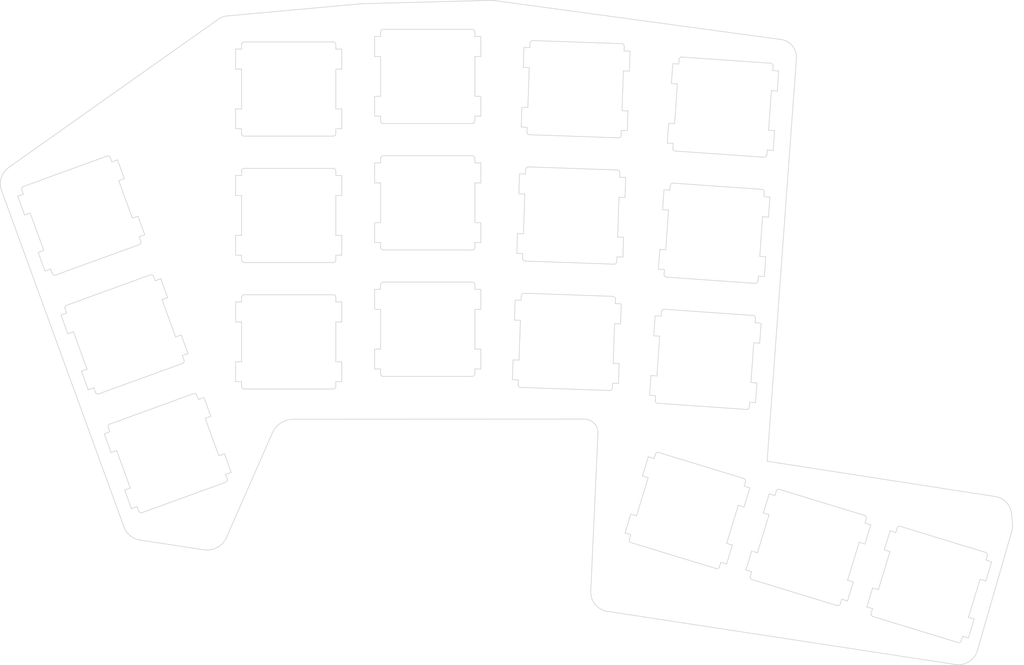
<source format=kicad_pcb>
(kicad_pcb (version 20221018) (generator pcbnew)
  (title_block (title "SEPOR-LEFT") (rev "v1.0.0") (company "Unknown"))
  (layers (0 "F.Cu" signal) (31 "B.Cu" signal) (34 "B.Paste" user) (35 "F.Paste" user) (36 "B.SilkS" user "B.Silkscreen") (37 "F.SilkS" user "F.Silkscreen") (38 "B.Mask" user) (39 "F.Mask" user) (44 "Edge.Cuts" user))
  (net 0 "")
  (footprint "MountingHole:MountingHole_2.2mm_M2" (layer "F.Cu") (at 307.599979 181.743447)
    (fp_text reference "H6" hide)
    (fp_text value "MountingHole")
    (pad "" np_thru_hole circle locked (at 0 0) (size 2.2 2.2) (drill 2.2) (layers "*.Cu" "*.Mask"))
  )
  (footprint "MountingHole:MountingHole_2.2mm_M2" (layer "F.Cu") (at 195.93 167.94)
    (fp_text reference "H9" hide)
    (fp_text value "MountingHole")
    (pad "" np_thru_hole circle locked (at 0 0) (size 2.2 2.2) (drill 2.2) (layers "*.Cu" "*.Mask"))
  )
  (footprint "SEPOR-footprints:SEPOR-CUTOUT-MX-FOR-TOP-PLATE" (layer "F.Cu") (at 222.885 114.935)
    (fp_text reference "S3" hide)
    (fp_text value "SWITCH" hide)
    (fp_line (start -8 -6.017157) (end -7.1 -6.017157) (stroke (width 0.1)) (layer "Edge.Cuts"))
    (fp_line (start -8 -3) (end -8 -6.017157) (stroke (width 0.1)) (layer "Edge.Cuts"))
    (fp_line (start -8 3) (end -7.1 3) (stroke (width 0.1)) (layer "Edge.Cuts"))
    (fp_line (start -8 5.982843) (end -8 3) (stroke (width 0.1)) (layer "Edge.Cuts"))
    (fp_line (start -7.1 -6.017157) (end -7.1 -6.7) (stroke (width 0.1)) (layer "Edge.Cuts"))
    (fp_line (start -7.1 -3) (end -8 -3) (stroke (width 0.1)) (layer "Edge.Cuts"))
    (fp_line (start -7.1 -3) (end -7.1 3) (stroke (width 0.1)) (layer "Edge.Cuts"))
    (fp_line (start -7.1 5.982843) (end -8 5.982843) (stroke (width 0.1)) (layer "Edge.Cuts"))
    (fp_line (start -7.1 5.982843) (end -7.1 6.7) (stroke (width 0.1)) (layer "Edge.Cuts"))
    (fp_line (start -6.7 -7.1) (end 6.7 -7.1) (stroke (width 0.1)) (layer "Edge.Cuts"))
    (fp_line (start -6.7 7.1) (end 6.7 7.1) (stroke (width 0.1)) (layer "Edge.Cuts"))
    (fp_line (start 7.1 -6.7) (end 7.1 -6.017157) (stroke (width 0.1)) (layer "Edge.Cuts"))
    (fp_line (start 7.1 -6.017157) (end 8 -6.017157) (stroke (width 0.1)) (layer "Edge.Cuts"))
    (fp_line (start 7.1 -3) (end 7.1 3) (stroke (width 0.1)) (layer "Edge.Cuts"))
    (fp_line (start 7.1 3) (end 8 3) (stroke (width 0.1)) (layer "Edge.Cuts"))
    (fp_line (start 7.1 6.7) (end 7.1 5.982843) (stroke (width 0.1)) (layer "Edge.Cuts"))
    (fp_line (start 8 -6.017157) (end 8 -3) (stroke (width 0.1)) (layer "Edge.Cuts"))
    (fp_line (start 8 -3) (end 7.1 -3) (stroke (width 0.1)) (layer "Edge.Cuts"))
    (fp_line (start 8 3) (end 8 5.982843) (stroke (width 0.1)) (layer "Edge.Cuts"))
    (fp_line (start 8 5.982843) (end 7.1 5.982843) (stroke (width 0.1)) (layer "Edge.Cuts"))
    (fp_arc (start -7.1 -6.7) (mid -6.982843 -6.982843) (end -6.7 -7.1) (stroke (width 0.1)) (layer "Edge.Cuts"))
    (fp_arc (start -6.7 7.1) (mid -6.982843 6.982843) (end -7.1 6.7) (stroke (width 0.1)) (layer "Edge.Cuts"))
    (fp_arc (start 6.7 -7.1) (mid 6.982843 -6.982843) (end 7.1 -6.7) (stroke (width 0.1)) (layer "Edge.Cuts"))
    (fp_arc (start 7.1 6.7) (mid 6.982843 6.982843) (end 6.7 7.1) (stroke (width 0.1)) (layer "Edge.Cuts"))
  )
  (footprint "SEPOR-footprints:SEPOR-CUTOUT-MX-FOR-TOP-PLATE" (layer "F.Cu") (at 177.190885 153.808009 20)
    (fp_text reference "S6" hide)
    (fp_text value "SWITCH" hide)
    (fp_line (start -8 -6.017157) (end -7.1 -6.017157) (stroke (width 0.1)) (layer "Edge.Cuts"))
    (fp_line (start -8 -3) (end -8 -6.017157) (stroke (width 0.1)) (layer "Edge.Cuts"))
    (fp_line (start -8 3) (end -7.1 3) (stroke (width 0.1)) (layer "Edge.Cuts"))
    (fp_line (start -8 5.982843) (end -8 3) (stroke (width 0.1)) (layer "Edge.Cuts"))
    (fp_line (start -7.1 -6.017157) (end -7.1 -6.7) (stroke (width 0.1)) (layer "Edge.Cuts"))
    (fp_line (start -7.1 -3) (end -8 -3) (stroke (width 0.1)) (layer "Edge.Cuts"))
    (fp_line (start -7.1 -3) (end -7.1 3) (stroke (width 0.1)) (layer "Edge.Cuts"))
    (fp_line (start -7.1 5.982843) (end -8 5.982843) (stroke (width 0.1)) (layer "Edge.Cuts"))
    (fp_line (start -7.1 5.982843) (end -7.1 6.7) (stroke (width 0.1)) (layer "Edge.Cuts"))
    (fp_line (start -6.7 -7.1) (end 6.7 -7.1) (stroke (width 0.1)) (layer "Edge.Cuts"))
    (fp_line (start -6.7 7.1) (end 6.7 7.1) (stroke (width 0.1)) (layer "Edge.Cuts"))
    (fp_line (start 7.1 -6.7) (end 7.1 -6.017157) (stroke (width 0.1)) (layer "Edge.Cuts"))
    (fp_line (start 7.1 -6.017157) (end 8 -6.017157) (stroke (width 0.1)) (layer "Edge.Cuts"))
    (fp_line (start 7.1 -3) (end 7.1 3) (stroke (width 0.1)) (layer "Edge.Cuts"))
    (fp_line (start 7.1 3) (end 8 3) (stroke (width 0.1)) (layer "Edge.Cuts"))
    (fp_line (start 7.1 6.7) (end 7.1 5.982843) (stroke (width 0.1)) (layer "Edge.Cuts"))
    (fp_line (start 8 -6.017157) (end 8 -3) (stroke (width 0.1)) (layer "Edge.Cuts"))
    (fp_line (start 8 -3) (end 7.1 -3) (stroke (width 0.1)) (layer "Edge.Cuts"))
    (fp_line (start 8 3) (end 8 5.982843) (stroke (width 0.1)) (layer "Edge.Cuts"))
    (fp_line (start 8 5.982843) (end 7.1 5.982843) (stroke (width 0.1)) (layer "Edge.Cuts"))
    (fp_arc (start -7.1 -6.7) (mid -6.982843 -6.982843) (end -6.7 -7.1) (stroke (width 0.1)) (layer "Edge.Cuts"))
    (fp_arc (start -6.7 7.1) (mid -6.982843 6.982843) (end -7.1 6.7) (stroke (width 0.1)) (layer "Edge.Cuts"))
    (fp_arc (start 6.7 -7.1) (mid 6.982843 -6.982843) (end 7.1 -6.7) (stroke (width 0.1)) (layer "Edge.Cuts"))
    (fp_arc (start 7.1 6.7) (mid 6.982843 6.982843) (end 6.7 7.1) (stroke (width 0.1)) (layer "Edge.Cuts"))
  )
  (footprint "SEPOR-footprints:SEPOR-CUTOUT-MX-FOR-TOP-PLATE" (layer "F.Cu") (at 222.885 133.985)
    (fp_text reference "S8" hide)
    (fp_text value "SWITCH" hide)
    (fp_line (start -8 -6.017157) (end -7.1 -6.017157) (stroke (width 0.1)) (layer "Edge.Cuts"))
    (fp_line (start -8 -3) (end -8 -6.017157) (stroke (width 0.1)) (layer "Edge.Cuts"))
    (fp_line (start -8 3) (end -7.1 3) (stroke (width 0.1)) (layer "Edge.Cuts"))
    (fp_line (start -8 5.982843) (end -8 3) (stroke (width 0.1)) (layer "Edge.Cuts"))
    (fp_line (start -7.1 -6.017157) (end -7.1 -6.7) (stroke (width 0.1)) (layer "Edge.Cuts"))
    (fp_line (start -7.1 -3) (end -8 -3) (stroke (width 0.1)) (layer "Edge.Cuts"))
    (fp_line (start -7.1 -3) (end -7.1 3) (stroke (width 0.1)) (layer "Edge.Cuts"))
    (fp_line (start -7.1 5.982843) (end -8 5.982843) (stroke (width 0.1)) (layer "Edge.Cuts"))
    (fp_line (start -7.1 5.982843) (end -7.1 6.7) (stroke (width 0.1)) (layer "Edge.Cuts"))
    (fp_line (start -6.7 -7.1) (end 6.7 -7.1) (stroke (width 0.1)) (layer "Edge.Cuts"))
    (fp_line (start -6.7 7.1) (end 6.7 7.1) (stroke (width 0.1)) (layer "Edge.Cuts"))
    (fp_line (start 7.1 -6.7) (end 7.1 -6.017157) (stroke (width 0.1)) (layer "Edge.Cuts"))
    (fp_line (start 7.1 -6.017157) (end 8 -6.017157) (stroke (width 0.1)) (layer "Edge.Cuts"))
    (fp_line (start 7.1 -3) (end 7.1 3) (stroke (width 0.1)) (layer "Edge.Cuts"))
    (fp_line (start 7.1 3) (end 8 3) (stroke (width 0.1)) (layer "Edge.Cuts"))
    (fp_line (start 7.1 6.7) (end 7.1 5.982843) (stroke (width 0.1)) (layer "Edge.Cuts"))
    (fp_line (start 8 -6.017157) (end 8 -3) (stroke (width 0.1)) (layer "Edge.Cuts"))
    (fp_line (start 8 -3) (end 7.1 -3) (stroke (width 0.1)) (layer "Edge.Cuts"))
    (fp_line (start 8 3) (end 8 5.982843) (stroke (width 0.1)) (layer "Edge.Cuts"))
    (fp_line (start 8 5.982843) (end 7.1 5.982843) (stroke (width 0.1)) (layer "Edge.Cuts"))
    (fp_arc (start -7.1 -6.7) (mid -6.982843 -6.982843) (end -6.7 -7.1) (stroke (width 0.1)) (layer "Edge.Cuts"))
    (fp_arc (start -6.7 7.1) (mid -6.982843 6.982843) (end -7.1 6.7) (stroke (width 0.1)) (layer "Edge.Cuts"))
    (fp_arc (start 6.7 -7.1) (mid 6.982843 -6.982843) (end 7.1 -6.7) (stroke (width 0.1)) (layer "Edge.Cuts"))
    (fp_arc (start 7.1 6.7) (mid 6.982843 6.982843) (end 6.7 7.1) (stroke (width 0.1)) (layer "Edge.Cuts"))
  )
  (footprint "MountingHole:MountingHole_2.2mm_M2" (layer "F.Cu") (at 234.523622 106.535377)
    (fp_text reference "H2" hide)
    (fp_text value "MountingHole")
    (pad "" np_thru_hole circle locked (at 0 0) (size 2.2 2.2) (drill 2.2) (layers "*.Cu" "*.Mask"))
  )
  (footprint "MountingHole:MountingHole_2.2mm_M2" (layer "F.Cu") (at 189.092324 183.583137)
    (fp_text reference "H10" hide)
    (fp_text value "MountingHole")
    (pad "" np_thru_hole circle locked (at 0 0) (size 2.2 2.2) (drill 2.2) (layers "*.Cu" "*.Mask"))
  )
  (footprint "SEPOR-footprints:SEPOR-CUTOUT-MX-FOR-TOP-PLATE" (layer "F.Cu") (at 201.93 154.94)
    (fp_text reference "S12" hide)
    (fp_text value "SWITCH" hide)
    (fp_line (start -8 -6.017157) (end -7.1 -6.017157) (stroke (width 0.1)) (layer "Edge.Cuts"))
    (fp_line (start -8 -3) (end -8 -6.017157) (stroke (width 0.1)) (layer "Edge.Cuts"))
    (fp_line (start -8 3) (end -7.1 3) (stroke (width 0.1)) (layer "Edge.Cuts"))
    (fp_line (start -8 5.982843) (end -8 3) (stroke (width 0.1)) (layer "Edge.Cuts"))
    (fp_line (start -7.1 -6.017157) (end -7.1 -6.7) (stroke (width 0.1)) (layer "Edge.Cuts"))
    (fp_line (start -7.1 -3) (end -8 -3) (stroke (width 0.1)) (layer "Edge.Cuts"))
    (fp_line (start -7.1 -3) (end -7.1 3) (stroke (width 0.1)) (layer "Edge.Cuts"))
    (fp_line (start -7.1 5.982843) (end -8 5.982843) (stroke (width 0.1)) (layer "Edge.Cuts"))
    (fp_line (start -7.1 5.982843) (end -7.1 6.7) (stroke (width 0.1)) (layer "Edge.Cuts"))
    (fp_line (start -6.7 -7.1) (end 6.7 -7.1) (stroke (width 0.1)) (layer "Edge.Cuts"))
    (fp_line (start -6.7 7.1) (end 6.7 7.1) (stroke (width 0.1)) (layer "Edge.Cuts"))
    (fp_line (start 7.1 -6.7) (end 7.1 -6.017157) (stroke (width 0.1)) (layer "Edge.Cuts"))
    (fp_line (start 7.1 -6.017157) (end 8 -6.017157) (stroke (width 0.1)) (layer "Edge.Cuts"))
    (fp_line (start 7.1 -3) (end 7.1 3) (stroke (width 0.1)) (layer "Edge.Cuts"))
    (fp_line (start 7.1 3) (end 8 3) (stroke (width 0.1)) (layer "Edge.Cuts"))
    (fp_line (start 7.1 6.7) (end 7.1 5.982843) (stroke (width 0.1)) (layer "Edge.Cuts"))
    (fp_line (start 8 -6.017157) (end 8 -3) (stroke (width 0.1)) (layer "Edge.Cuts"))
    (fp_line (start 8 -3) (end 7.1 -3) (stroke (width 0.1)) (layer "Edge.Cuts"))
    (fp_line (start 8 3) (end 8 5.982843) (stroke (width 0.1)) (layer "Edge.Cuts"))
    (fp_line (start 8 5.982843) (end 7.1 5.982843) (stroke (width 0.1)) (layer "Edge.Cuts"))
    (fp_arc (start -7.1 -6.7) (mid -6.982843 -6.982843) (end -6.7 -7.1) (stroke (width 0.1)) (layer "Edge.Cuts"))
    (fp_arc (start -6.7 7.1) (mid -6.982843 6.982843) (end -7.1 6.7) (stroke (width 0.1)) (layer "Edge.Cuts"))
    (fp_arc (start 6.7 -7.1) (mid 6.982843 -6.982843) (end 7.1 -6.7) (stroke (width 0.1)) (layer "Edge.Cuts"))
    (fp_arc (start 7.1 6.7) (mid 6.982843 6.982843) (end 6.7 7.1) (stroke (width 0.1)) (layer "Edge.Cuts"))
  )
  (footprint "SEPOR-footprints:SEPOR-CUTOUT-MX-FOR-TOP-PLATE" (layer "F.Cu") (at 266.044613 138.571564 -4)
    (fp_text reference "S10" hide)
    (fp_text value "SWITCH" hide)
    (fp_line (start -8 -6.017157) (end -7.1 -6.017157) (stroke (width 0.1)) (layer "Edge.Cuts"))
    (fp_line (start -8 -3) (end -8 -6.017157) (stroke (width 0.1)) (layer "Edge.Cuts"))
    (fp_line (start -8 3) (end -7.1 3) (stroke (width 0.1)) (layer "Edge.Cuts"))
    (fp_line (start -8 5.982843) (end -8 3) (stroke (width 0.1)) (layer "Edge.Cuts"))
    (fp_line (start -7.1 -6.017157) (end -7.1 -6.7) (stroke (width 0.1)) (layer "Edge.Cuts"))
    (fp_line (start -7.1 -3) (end -8 -3) (stroke (width 0.1)) (layer "Edge.Cuts"))
    (fp_line (start -7.1 -3) (end -7.1 3) (stroke (width 0.1)) (layer "Edge.Cuts"))
    (fp_line (start -7.1 5.982843) (end -8 5.982843) (stroke (width 0.1)) (layer "Edge.Cuts"))
    (fp_line (start -7.1 5.982843) (end -7.1 6.7) (stroke (width 0.1)) (layer "Edge.Cuts"))
    (fp_line (start -6.7 -7.1) (end 6.7 -7.1) (stroke (width 0.1)) (layer "Edge.Cuts"))
    (fp_line (start -6.7 7.1) (end 6.7 7.1) (stroke (width 0.1)) (layer "Edge.Cuts"))
    (fp_line (start 7.1 -6.7) (end 7.1 -6.017157) (stroke (width 0.1)) (layer "Edge.Cuts"))
    (fp_line (start 7.1 -6.017157) (end 8 -6.017157) (stroke (width 0.1)) (layer "Edge.Cuts"))
    (fp_line (start 7.1 -3) (end 7.1 3) (stroke (width 0.1)) (layer "Edge.Cuts"))
    (fp_line (start 7.1 3) (end 8 3) (stroke (width 0.1)) (layer "Edge.Cuts"))
    (fp_line (start 7.1 6.7) (end 7.1 5.982843) (stroke (width 0.1)) (layer "Edge.Cuts"))
    (fp_line (start 8 -6.017157) (end 8 -3) (stroke (width 0.1)) (layer "Edge.Cuts"))
    (fp_line (start 8 -3) (end 7.1 -3) (stroke (width 0.1)) (layer "Edge.Cuts"))
    (fp_line (start 8 3) (end 8 5.982843) (stroke (width 0.1)) (layer "Edge.Cuts"))
    (fp_line (start 8 5.982843) (end 7.1 5.982843) (stroke (width 0.1)) (layer "Edge.Cuts"))
    (fp_arc (start -7.1 -6.7) (mid -6.982843 -6.982843) (end -6.7 -7.1) (stroke (width 0.1)) (layer "Edge.Cuts"))
    (fp_arc (start -6.7 7.1) (mid -6.982843 6.982843) (end -7.1 6.7) (stroke (width 0.1)) (layer "Edge.Cuts"))
    (fp_arc (start 6.7 -7.1) (mid 6.982843 -6.982842) (end 7.1 -6.7) (stroke (width 0.1)) (layer "Edge.Cuts"))
    (fp_arc (start 7.1 6.7) (mid 6.982842 6.982843) (end 6.7 7.1) (stroke (width 0.1)) (layer "Edge.Cuts"))
  )
  (footprint "SEPOR-footprints:SEPOR-CUTOUT-MX-FOR-TOP-PLATE" (layer "F.Cu") (at 201.93 135.89)
    (fp_text reference "S7" hide)
    (fp_text value "SWITCH" hide)
    (fp_line (start -8 -6.017157) (end -7.1 -6.017157) (stroke (width 0.1)) (layer "Edge.Cuts"))
    (fp_line (start -8 -3) (end -8 -6.017157) (stroke (width 0.1)) (layer "Edge.Cuts"))
    (fp_line (start -8 3) (end -7.1 3) (stroke (width 0.1)) (layer "Edge.Cuts"))
    (fp_line (start -8 5.982843) (end -8 3) (stroke (width 0.1)) (layer "Edge.Cuts"))
    (fp_line (start -7.1 -6.017157) (end -7.1 -6.7) (stroke (width 0.1)) (layer "Edge.Cuts"))
    (fp_line (start -7.1 -3) (end -8 -3) (stroke (width 0.1)) (layer "Edge.Cuts"))
    (fp_line (start -7.1 -3) (end -7.1 3) (stroke (width 0.1)) (layer "Edge.Cuts"))
    (fp_line (start -7.1 5.982843) (end -8 5.982843) (stroke (width 0.1)) (layer "Edge.Cuts"))
    (fp_line (start -7.1 5.982843) (end -7.1 6.7) (stroke (width 0.1)) (layer "Edge.Cuts"))
    (fp_line (start -6.7 -7.1) (end 6.7 -7.1) (stroke (width 0.1)) (layer "Edge.Cuts"))
    (fp_line (start -6.7 7.1) (end 6.7 7.1) (stroke (width 0.1)) (layer "Edge.Cuts"))
    (fp_line (start 7.1 -6.7) (end 7.1 -6.017157) (stroke (width 0.1)) (layer "Edge.Cuts"))
    (fp_line (start 7.1 -6.017157) (end 8 -6.017157) (stroke (width 0.1)) (layer "Edge.Cuts"))
    (fp_line (start 7.1 -3) (end 7.1 3) (stroke (width 0.1)) (layer "Edge.Cuts"))
    (fp_line (start 7.1 3) (end 8 3) (stroke (width 0.1)) (layer "Edge.Cuts"))
    (fp_line (start 7.1 6.7) (end 7.1 5.982843) (stroke (width 0.1)) (layer "Edge.Cuts"))
    (fp_line (start 8 -6.017157) (end 8 -3) (stroke (width 0.1)) (layer "Edge.Cuts"))
    (fp_line (start 8 -3) (end 7.1 -3) (stroke (width 0.1)) (layer "Edge.Cuts"))
    (fp_line (start 8 3) (end 8 5.982843) (stroke (width 0.1)) (layer "Edge.Cuts"))
    (fp_line (start 8 5.982843) (end 7.1 5.982843) (stroke (width 0.1)) (layer "Edge.Cuts"))
    (fp_arc (start -7.1 -6.7) (mid -6.982843 -6.982843) (end -6.7 -7.1) (stroke (width 0.1)) (layer "Edge.Cuts"))
    (fp_arc (start -6.7 7.1) (mid -6.982843 6.982843) (end -7.1 6.7) (stroke (width 0.1)) (layer "Edge.Cuts"))
    (fp_arc (start 6.7 -7.1) (mid 6.982843 -6.982843) (end 7.1 -6.7) (stroke (width 0.1)) (layer "Edge.Cuts"))
    (fp_arc (start 7.1 6.7) (mid 6.982843 6.982843) (end 6.7 7.1) (stroke (width 0.1)) (layer "Edge.Cuts"))
  )
  (footprint "MountingHole:MountingHole_2.2mm_M2" (layer "F.Cu") (at 252.382569 168.196207)
    (fp_text reference "H8" hide)
    (fp_text value "MountingHole")
    (pad "" np_thru_hole circle locked (at 0 0) (size 2.2 2.2) (drill 2.2) (layers "*.Cu" "*.Mask"))
  )
  (footprint "SEPOR-footprints:SEPOR-CUTOUT-MX-FOR-TOP-PLATE" (layer "F.Cu") (at 280.231715 185.924431 -17)
    (fp_text reference "S17" hide)
    (fp_text value "SWITCH" hide)
    (fp_line (start -8 -6.017157) (end -7.1 -6.017157) (stroke (width 0.1)) (layer "Edge.Cuts"))
    (fp_line (start -8 -3) (end -8 -6.017157) (stroke (width 0.1)) (layer "Edge.Cuts"))
    (fp_line (start -8 3) (end -7.1 3) (stroke (width 0.1)) (layer "Edge.Cuts"))
    (fp_line (start -8 5.982843) (end -8 3) (stroke (width 0.1)) (layer "Edge.Cuts"))
    (fp_line (start -7.1 -6.017157) (end -7.1 -6.7) (stroke (width 0.1)) (layer "Edge.Cuts"))
    (fp_line (start -7.1 -3) (end -8 -3) (stroke (width 0.1)) (layer "Edge.Cuts"))
    (fp_line (start -7.1 -3) (end -7.1 3) (stroke (width 0.1)) (layer "Edge.Cuts"))
    (fp_line (start -7.1 5.982843) (end -8 5.982843) (stroke (width 0.1)) (layer "Edge.Cuts"))
    (fp_line (start -7.1 5.982843) (end -7.1 6.7) (stroke (width 0.1)) (layer "Edge.Cuts"))
    (fp_line (start -6.7 -7.1) (end 6.7 -7.1) (stroke (width 0.1)) (layer "Edge.Cuts"))
    (fp_line (start -6.7 7.1) (end 6.7 7.1) (stroke (width 0.1)) (layer "Edge.Cuts"))
    (fp_line (start 7.1 -6.7) (end 7.1 -6.017157) (stroke (width 0.1)) (layer "Edge.Cuts"))
    (fp_line (start 7.1 -6.017157) (end 8 -6.017157) (stroke (width 0.1)) (layer "Edge.Cuts"))
    (fp_line (start 7.1 -3) (end 7.1 3) (stroke (width 0.1)) (layer "Edge.Cuts"))
    (fp_line (start 7.1 3) (end 8 3) (stroke (width 0.1)) (layer "Edge.Cuts"))
    (fp_line (start 7.1 6.7) (end 7.1 5.982843) (stroke (width 0.1)) (layer "Edge.Cuts"))
    (fp_line (start 8 -6.017157) (end 8 -3) (stroke (width 0.1)) (layer "Edge.Cuts"))
    (fp_line (start 8 -3) (end 7.1 -3) (stroke (width 0.1)) (layer "Edge.Cuts"))
    (fp_line (start 8 3) (end 8 5.982843) (stroke (width 0.1)) (layer "Edge.Cuts"))
    (fp_line (start 8 5.982843) (end 7.1 5.982843) (stroke (width 0.1)) (layer "Edge.Cuts"))
    (fp_arc (start -7.1 -6.7) (mid -6.982843 -6.982843) (end -6.7 -7.1) (stroke (width 0.1)) (layer "Edge.Cuts"))
    (fp_arc (start -6.7 7.1) (mid -6.982843 6.982843) (end -7.1 6.7) (stroke (width 0.1)) (layer "Edge.Cuts"))
    (fp_arc (start 6.7 -7.1) (mid 6.982842 -6.982843) (end 7.1 -6.7) (stroke (width 0.1)) (layer "Edge.Cuts"))
    (fp_arc (start 7.1 6.7) (mid 6.982843 6.982842) (end 6.7 7.1) (stroke (width 0.1)) (layer "Edge.Cuts"))
  )
  (footprint "SEPOR-footprints:SEPOR-CUTOUT-MX-FOR-TOP-PLATE" (layer "F.Cu") (at 262.01411 180.35475 -17)
    (fp_text reference "S16" hide)
    (fp_text value "SWITCH" hide)
    (fp_line (start -8 -6.017157) (end -7.1 -6.017157) (stroke (width 0.1)) (layer "Edge.Cuts"))
    (fp_line (start -8 -3) (end -8 -6.017157) (stroke (width 0.1)) (layer "Edge.Cuts"))
    (fp_line (start -8 3) (end -7.1 3) (stroke (width 0.1)) (layer "Edge.Cuts"))
    (fp_line (start -8 5.982843) (end -8 3) (stroke (width 0.1)) (layer "Edge.Cuts"))
    (fp_line (start -7.1 -6.017157) (end -7.1 -6.7) (stroke (width 0.1)) (layer "Edge.Cuts"))
    (fp_line (start -7.1 -3) (end -8 -3) (stroke (width 0.1)) (layer "Edge.Cuts"))
    (fp_line (start -7.1 -3) (end -7.1 3) (stroke (width 0.1)) (layer "Edge.Cuts"))
    (fp_line (start -7.1 5.982843) (end -8 5.982843) (stroke (width 0.1)) (layer "Edge.Cuts"))
    (fp_line (start -7.1 5.982843) (end -7.1 6.7) (stroke (width 0.1)) (layer "Edge.Cuts"))
    (fp_line (start -6.7 -7.1) (end 6.7 -7.1) (stroke (width 0.1)) (layer "Edge.Cuts"))
    (fp_line (start -6.7 7.1) (end 6.7 7.1) (stroke (width 0.1)) (layer "Edge.Cuts"))
    (fp_line (start 7.1 -6.7) (end 7.1 -6.017157) (stroke (width 0.1)) (layer "Edge.Cuts"))
    (fp_line (start 7.1 -6.017157) (end 8 -6.017157) (stroke (width 0.1)) (layer "Edge.Cuts"))
    (fp_line (start 7.1 -3) (end 7.1 3) (stroke (width 0.1)) (layer "Edge.Cuts"))
    (fp_line (start 7.1 3) (end 8 3) (stroke (width 0.1)) (layer "Edge.Cuts"))
    (fp_line (start 7.1 6.7) (end 7.1 5.982843) (stroke (width 0.1)) (layer "Edge.Cuts"))
    (fp_line (start 8 -6.017157) (end 8 -3) (stroke (width 0.1)) (layer "Edge.Cuts"))
    (fp_line (start 8 -3) (end 7.1 -3) (stroke (width 0.1)) (layer "Edge.Cuts"))
    (fp_line (start 8 3) (end 8 5.982843) (stroke (width 0.1)) (layer "Edge.Cuts"))
    (fp_line (start 8 5.982843) (end 7.1 5.982843) (stroke (width 0.1)) (layer "Edge.Cuts"))
    (fp_arc (start -7.1 -6.7) (mid -6.982843 -6.982843) (end -6.7 -7.1) (stroke (width 0.1)) (layer "Edge.Cuts"))
    (fp_arc (start -6.7 7.1) (mid -6.982843 6.982843) (end -7.1 6.7) (stroke (width 0.1)) (layer "Edge.Cuts"))
    (fp_arc (start 6.7 -7.1) (mid 6.982842 -6.982843) (end 7.1 -6.7) (stroke (width 0.1)) (layer "Edge.Cuts"))
    (fp_arc (start 7.1 6.7) (mid 6.982843 6.982842) (end 6.7 7.1) (stroke (width 0.1)) (layer "Edge.Cuts"))
  )
  (footprint "SEPOR-footprints:SEPOR-CUTOUT-MX-FOR-TOP-PLATE" (layer "F.Cu") (at 244.504836 135.901605 -2)
    (fp_text reference "S9" hide)
    (fp_text value "SWITCH" hide)
    (fp_line (start -8 -6.017157) (end -7.1 -6.017157) (stroke (width 0.1)) (layer "Edge.Cuts"))
    (fp_line (start -8 -3) (end -8 -6.017157) (stroke (width 0.1)) (layer "Edge.Cuts"))
    (fp_line (start -8 3) (end -7.1 3) (stroke (width 0.1)) (layer "Edge.Cuts"))
    (fp_line (start -8 5.982843) (end -8 3) (stroke (width 0.1)) (layer "Edge.Cuts"))
    (fp_line (start -7.1 -6.017157) (end -7.1 -6.7) (stroke (width 0.1)) (layer "Edge.Cuts"))
    (fp_line (start -7.1 -3) (end -8 -3) (stroke (width 0.1)) (layer "Edge.Cuts"))
    (fp_line (start -7.1 -3) (end -7.1 3) (stroke (width 0.1)) (layer "Edge.Cuts"))
    (fp_line (start -7.1 5.982843) (end -8 5.982843) (stroke (width 0.1)) (layer "Edge.Cuts"))
    (fp_line (start -7.1 5.982843) (end -7.1 6.7) (stroke (width 0.1)) (layer "Edge.Cuts"))
    (fp_line (start -6.7 -7.1) (end 6.7 -7.1) (stroke (width 0.1)) (layer "Edge.Cuts"))
    (fp_line (start -6.7 7.1) (end 6.7 7.1) (stroke (width 0.1)) (layer "Edge.Cuts"))
    (fp_line (start 7.1 -6.7) (end 7.1 -6.017157) (stroke (width 0.1)) (layer "Edge.Cuts"))
    (fp_line (start 7.1 -6.017157) (end 8 -6.017157) (stroke (width 0.1)) (layer "Edge.Cuts"))
    (fp_line (start 7.1 -3) (end 7.1 3) (stroke (width 0.1)) (layer "Edge.Cuts"))
    (fp_line (start 7.1 3) (end 8 3) (stroke (width 0.1)) (layer "Edge.Cuts"))
    (fp_line (start 7.1 6.7) (end 7.1 5.982843) (stroke (width 0.1)) (layer "Edge.Cuts"))
    (fp_line (start 8 -6.017157) (end 8 -3) (stroke (width 0.1)) (layer "Edge.Cuts"))
    (fp_line (start 8 -3) (end 7.1 -3) (stroke (width 0.1)) (layer "Edge.Cuts"))
    (fp_line (start 8 3) (end 8 5.982843) (stroke (width 0.1)) (layer "Edge.Cuts"))
    (fp_line (start 8 5.982843) (end 7.1 5.982843) (stroke (width 0.1)) (layer "Edge.Cuts"))
    (fp_arc (start -7.1 -6.7) (mid -6.982843 -6.982843) (end -6.7 -7.1) (stroke (width 0.1)) (layer "Edge.Cuts"))
    (fp_arc (start -6.7 7.1) (mid -6.982843 6.982843) (end -7.1 6.7) (stroke (width 0.1)) (layer "Edge.Cuts"))
    (fp_arc (start 6.7 -7.1) (mid 6.982843 -6.982843) (end 7.1 -6.7) (stroke (width 0.1)) (layer "Edge.Cuts"))
    (fp_arc (start 7.1 6.7) (mid 6.982843 6.982843) (end 6.7 7.1) (stroke (width 0.1)) (layer "Edge.Cuts"))
  )
  (footprint "SEPOR-footprints:SEPOR-CUTOUT-MX-FOR-TOP-PLATE" (layer "F.Cu") (at 183.706369 171.709153 20)
    (fp_text reference "S11" hide)
    (fp_text value "SWITCH" hide)
    (fp_line (start -8 -6.017157) (end -7.1 -6.017157) (stroke (width 0.1)) (layer "Edge.Cuts"))
    (fp_line (start -8 -3) (end -8 -6.017157) (stroke (width 0.1)) (layer "Edge.Cuts"))
    (fp_line (start -8 3) (end -7.1 3) (stroke (width 0.1)) (layer "Edge.Cuts"))
    (fp_line (start -8 5.982843) (end -8 3) (stroke (width 0.1)) (layer "Edge.Cuts"))
    (fp_line (start -7.1 -6.017157) (end -7.1 -6.7) (stroke (width 0.1)) (layer "Edge.Cuts"))
    (fp_line (start -7.1 -3) (end -8 -3) (stroke (width 0.1)) (layer "Edge.Cuts"))
    (fp_line (start -7.1 -3) (end -7.1 3) (stroke (width 0.1)) (layer "Edge.Cuts"))
    (fp_line (start -7.1 5.982843) (end -8 5.982843) (stroke (width 0.1)) (layer "Edge.Cuts"))
    (fp_line (start -7.1 5.982843) (end -7.1 6.7) (stroke (width 0.1)) (layer "Edge.Cuts"))
    (fp_line (start -6.7 -7.1) (end 6.7 -7.1) (stroke (width 0.1)) (layer "Edge.Cuts"))
    (fp_line (start -6.7 7.1) (end 6.7 7.1) (stroke (width 0.1)) (layer "Edge.Cuts"))
    (fp_line (start 7.1 -6.7) (end 7.1 -6.017157) (stroke (width 0.1)) (layer "Edge.Cuts"))
    (fp_line (start 7.1 -6.017157) (end 8 -6.017157) (stroke (width 0.1)) (layer "Edge.Cuts"))
    (fp_line (start 7.1 -3) (end 7.1 3) (stroke (width 0.1)) (layer "Edge.Cuts"))
    (fp_line (start 7.1 3) (end 8 3) (stroke (width 0.1)) (layer "Edge.Cuts"))
    (fp_line (start 7.1 6.7) (end 7.1 5.982843) (stroke (width 0.1)) (layer "Edge.Cuts"))
    (fp_line (start 8 -6.017157) (end 8 -3) (stroke (width 0.1)) (layer "Edge.Cuts"))
    (fp_line (start 8 -3) (end 7.1 -3) (stroke (width 0.1)) (layer "Edge.Cuts"))
    (fp_line (start 8 3) (end 8 5.982843) (stroke (width 0.1)) (layer "Edge.Cuts"))
    (fp_line (start 8 5.982843) (end 7.1 5.982843) (stroke (width 0.1)) (layer "Edge.Cuts"))
    (fp_arc (start -7.1 -6.7) (mid -6.982843 -6.982843) (end -6.7 -7.1) (stroke (width 0.1)) (layer "Edge.Cuts"))
    (fp_arc (start -6.7 7.1) (mid -6.982843 6.982843) (end -7.1 6.7) (stroke (width 0.1)) (layer "Edge.Cuts"))
    (fp_arc (start 6.7 -7.1) (mid 6.982843 -6.982843) (end 7.1 -6.7) (stroke (width 0.1)) (layer "Edge.Cuts"))
    (fp_arc (start 7.1 6.7) (mid 6.982843 6.982843) (end 6.7 7.1) (stroke (width 0.1)) (layer "Edge.Cuts"))
  )
  (footprint "SEPOR-footprints:SEPOR-CUTOUT-MX-FOR-TOP-PLATE" (layer "F.Cu") (at 267.373473 119.567969 -4)
    (fp_text reference "S5" hide)
    (fp_text value "SWITCH" hide)
    (fp_line (start -8 -6.017157) (end -7.1 -6.017157) (stroke (width 0.1)) (layer "Edge.Cuts"))
    (fp_line (start -8 -3) (end -8 -6.017157) (stroke (width 0.1)) (layer "Edge.Cuts"))
    (fp_line (start -8 3) (end -7.1 3) (stroke (width 0.1)) (layer "Edge.Cuts"))
    (fp_line (start -8 5.982843) (end -8 3) (stroke (width 0.1)) (layer "Edge.Cuts"))
    (fp_line (start -7.1 -6.017157) (end -7.1 -6.7) (stroke (width 0.1)) (layer "Edge.Cuts"))
    (fp_line (start -7.1 -3) (end -8 -3) (stroke (width 0.1)) (layer "Edge.Cuts"))
    (fp_line (start -7.1 -3) (end -7.1 3) (stroke (width 0.1)) (layer "Edge.Cuts"))
    (fp_line (start -7.1 5.982843) (end -8 5.982843) (stroke (width 0.1)) (layer "Edge.Cuts"))
    (fp_line (start -7.1 5.982843) (end -7.1 6.7) (stroke (width 0.1)) (layer "Edge.Cuts"))
    (fp_line (start -6.7 -7.1) (end 6.7 -7.1) (stroke (width 0.1)) (layer "Edge.Cuts"))
    (fp_line (start -6.7 7.1) (end 6.7 7.1) (stroke (width 0.1)) (layer "Edge.Cuts"))
    (fp_line (start 7.1 -6.7) (end 7.1 -6.017157) (stroke (width 0.1)) (layer "Edge.Cuts"))
    (fp_line (start 7.1 -6.017157) (end 8 -6.017157) (stroke (width 0.1)) (layer "Edge.Cuts"))
    (fp_line (start 7.1 -3) (end 7.1 3) (stroke (width 0.1)) (layer "Edge.Cuts"))
    (fp_line (start 7.1 3) (end 8 3) (stroke (width 0.1)) (layer "Edge.Cuts"))
    (fp_line (start 7.1 6.7) (end 7.1 5.982843) (stroke (width 0.1)) (layer "Edge.Cuts"))
    (fp_line (start 8 -6.017157) (end 8 -3) (stroke (width 0.1)) (layer "Edge.Cuts"))
    (fp_line (start 8 -3) (end 7.1 -3) (stroke (width 0.1)) (layer "Edge.Cuts"))
    (fp_line (start 8 3) (end 8 5.982843) (stroke (width 0.1)) (layer "Edge.Cuts"))
    (fp_line (start 8 5.982843) (end 7.1 5.982843) (stroke (width 0.1)) (layer "Edge.Cuts"))
    (fp_arc (start -7.1 -6.7) (mid -6.982843 -6.982843) (end -6.7 -7.1) (stroke (width 0.1)) (layer "Edge.Cuts"))
    (fp_arc (start -6.7 7.1) (mid -6.982843 6.982843) (end -7.1 6.7) (stroke (width 0.1)) (layer "Edge.Cuts"))
    (fp_arc (start 6.7 -7.1) (mid 6.982843 -6.982842) (end 7.1 -6.7) (stroke (width 0.1)) (layer "Edge.Cuts"))
    (fp_arc (start 7.1 6.7) (mid 6.982842 6.982843) (end 6.7 7.1) (stroke (width 0.1)) (layer "Edge.Cuts"))
  )
  (footprint "SEPOR-footprints:SEPOR-CUTOUT-MX-FOR-TOP-PLATE" (layer "F.Cu") (at 201.93 116.84)
    (fp_text reference "S2" hide)
    (fp_text value "SWITCH" hide)
    (fp_line (start -8 -6.017157) (end -7.1 -6.017157) (stroke (width 0.1)) (layer "Edge.Cuts"))
    (fp_line (start -8 -3) (end -8 -6.017157) (stroke (width 0.1)) (layer "Edge.Cuts"))
    (fp_line (start -8 3) (end -7.1 3) (stroke (width 0.1)) (layer "Edge.Cuts"))
    (fp_line (start -8 5.982843) (end -8 3) (stroke (width 0.1)) (layer "Edge.Cuts"))
    (fp_line (start -7.1 -6.017157) (end -7.1 -6.7) (stroke (width 0.1)) (layer "Edge.Cuts"))
    (fp_line (start -7.1 -3) (end -8 -3) (stroke (width 0.1)) (layer "Edge.Cuts"))
    (fp_line (start -7.1 -3) (end -7.1 3) (stroke (width 0.1)) (layer "Edge.Cuts"))
    (fp_line (start -7.1 5.982843) (end -8 5.982843) (stroke (width 0.1)) (layer "Edge.Cuts"))
    (fp_line (start -7.1 5.982843) (end -7.1 6.7) (stroke (width 0.1)) (layer "Edge.Cuts"))
    (fp_line (start -6.7 -7.1) (end 6.7 -7.1) (stroke (width 0.1)) (layer "Edge.Cuts"))
    (fp_line (start -6.7 7.1) (end 6.7 7.1) (stroke (width 0.1)) (layer "Edge.Cuts"))
    (fp_line (start 7.1 -6.7) (end 7.1 -6.017157) (stroke (width 0.1)) (layer "Edge.Cuts"))
    (fp_line (start 7.1 -6.017157) (end 8 -6.017157) (stroke (width 0.1)) (layer "Edge.Cuts"))
    (fp_line (start 7.1 -3) (end 7.1 3) (stroke (width 0.1)) (layer "Edge.Cuts"))
    (fp_line (start 7.1 3) (end 8 3) (stroke (width 0.1)) (layer "Edge.Cuts"))
    (fp_line (start 7.1 6.7) (end 7.1 5.982843) (stroke (width 0.1)) (layer "Edge.Cuts"))
    (fp_line (start 8 -6.017157) (end 8 -3) (stroke (width 0.1)) (layer "Edge.Cuts"))
    (fp_line (start 8 -3) (end 7.1 -3) (stroke (width 0.1)) (layer "Edge.Cuts"))
    (fp_line (start 8 3) (end 8 5.982843) (stroke (width 0.1)) (layer "Edge.Cuts"))
    (fp_line (start 8 5.982843) (end 7.1 5.982843) (stroke (width 0.1)) (layer "Edge.Cuts"))
    (fp_arc (start -7.1 -6.7) (mid -6.982843 -6.982843) (end -6.7 -7.1) (stroke (width 0.1)) (layer "Edge.Cuts"))
    (fp_arc (start -6.7 7.1) (mid -6.982843 6.982843) (end -7.1 6.7) (stroke (width 0.1)) (layer "Edge.Cuts"))
    (fp_arc (start 6.7 -7.1) (mid 6.982843 -6.982843) (end 7.1 -6.7) (stroke (width 0.1)) (layer "Edge.Cuts"))
    (fp_arc (start 7.1 6.7) (mid 6.982843 6.982843) (end 6.7 7.1) (stroke (width 0.1)) (layer "Edge.Cuts"))
  )
  (footprint "SEPOR-footprints:SEPOR-CUTOUT-MX-FOR-TOP-PLATE" (layer "F.Cu") (at 243.84 154.94 -2)
    (fp_text reference "S14" hide)
    (fp_text value "SWITCH" hide)
    (fp_line (start -8 -6.017157) (end -7.1 -6.017157) (stroke (width 0.1)) (layer "Edge.Cuts"))
    (fp_line (start -8 -3) (end -8 -6.017157) (stroke (width 0.1)) (layer "Edge.Cuts"))
    (fp_line (start -8 3) (end -7.1 3) (stroke (width 0.1)) (layer "Edge.Cuts"))
    (fp_line (start -8 5.982843) (end -8 3) (stroke (width 0.1)) (layer "Edge.Cuts"))
    (fp_line (start -7.1 -6.017157) (end -7.1 -6.7) (stroke (width 0.1)) (layer "Edge.Cuts"))
    (fp_line (start -7.1 -3) (end -8 -3) (stroke (width 0.1)) (layer "Edge.Cuts"))
    (fp_line (start -7.1 -3) (end -7.1 3) (stroke (width 0.1)) (layer "Edge.Cuts"))
    (fp_line (start -7.1 5.982843) (end -8 5.982843) (stroke (width 0.1)) (layer "Edge.Cuts"))
    (fp_line (start -7.1 5.982843) (end -7.1 6.7) (stroke (width 0.1)) (layer "Edge.Cuts"))
    (fp_line (start -6.7 -7.1) (end 6.7 -7.1) (stroke (width 0.1)) (layer "Edge.Cuts"))
    (fp_line (start -6.7 7.1) (end 6.7 7.1) (stroke (width 0.1)) (layer "Edge.Cuts"))
    (fp_line (start 7.1 -6.7) (end 7.1 -6.017157) (stroke (width 0.1)) (layer "Edge.Cuts"))
    (fp_line (start 7.1 -6.017157) (end 8 -6.017157) (stroke (width 0.1)) (layer "Edge.Cuts"))
    (fp_line (start 7.1 -3) (end 7.1 3) (stroke (width 0.1)) (layer "Edge.Cuts"))
    (fp_line (start 7.1 3) (end 8 3) (stroke (width 0.1)) (layer "Edge.Cuts"))
    (fp_line (start 7.1 6.7) (end 7.1 5.982843) (stroke (width 0.1)) (layer "Edge.Cuts"))
    (fp_line (start 8 -6.017157) (end 8 -3) (stroke (width 0.1)) (layer "Edge.Cuts"))
    (fp_line (start 8 -3) (end 7.1 -3) (stroke (width 0.1)) (layer "Edge.Cuts"))
    (fp_line (start 8 3) (end 8 5.982843) (stroke (width 0.1)) (layer "Edge.Cuts"))
    (fp_line (start 8 5.982843) (end 7.1 5.982843) (stroke (width 0.1)) (layer "Edge.Cuts"))
    (fp_arc (start -7.1 -6.7) (mid -6.982843 -6.982843) (end -6.7 -7.1) (stroke (width 0.1)) (layer "Edge.Cuts"))
    (fp_arc (start -6.7 7.1) (mid -6.982843 6.982843) (end -7.1 6.7) (stroke (width 0.1)) (layer "Edge.Cuts"))
    (fp_arc (start 6.7 -7.1) (mid 6.982843 -6.982843) (end 7.1 -6.7) (stroke (width 0.1)) (layer "Edge.Cuts"))
    (fp_arc (start 7.1 6.7) (mid 6.982843 6.982843) (end 6.7 7.1) (stroke (width 0.1)) (layer "Edge.Cuts"))
  )
  (footprint "MountingHole:MountingHole_2.2mm_M2" (layer "F.Cu") (at 251.508337 193.230947)
    (fp_text reference "H7" hide)
    (fp_text value "MountingHole")
    (pad "" np_thru_hole circle locked (at 0 0) (size 2.2 2.2) (drill 2.2) (layers "*.Cu" "*.Mask"))
  )
  (footprint "SEPOR-footprints:SEPOR-CUTOUT-MX-FOR-TOP-PLATE" (layer "F.Cu") (at 222.885 153.035)
    (fp_text reference "S13" hide)
    (fp_text value "SWITCH" hide)
    (fp_line (start -8 -6.017157) (end -7.1 -6.017157) (stroke (width 0.1)) (layer "Edge.Cuts"))
    (fp_line (start -8 -3) (end -8 -6.017157) (stroke (width 0.1)) (layer "Edge.Cuts"))
    (fp_line (start -8 3) (end -7.1 3) (stroke (width 0.1)) (layer "Edge.Cuts"))
    (fp_line (start -8 5.982843) (end -8 3) (stroke (width 0.1)) (layer "Edge.Cuts"))
    (fp_line (start -7.1 -6.017157) (end -7.1 -6.7) (stroke (width 0.1)) (layer "Edge.Cuts"))
    (fp_line (start -7.1 -3) (end -8 -3) (stroke (width 0.1)) (layer "Edge.Cuts"))
    (fp_line (start -7.1 -3) (end -7.1 3) (stroke (width 0.1)) (layer "Edge.Cuts"))
    (fp_line (start -7.1 5.982843) (end -8 5.982843) (stroke (width 0.1)) (layer "Edge.Cuts"))
    (fp_line (start -7.1 5.982843) (end -7.1 6.7) (stroke (width 0.1)) (layer "Edge.Cuts"))
    (fp_line (start -6.7 -7.1) (end 6.7 -7.1) (stroke (width 0.1)) (layer "Edge.Cuts"))
    (fp_line (start -6.7 7.1) (end 6.7 7.1) (stroke (width 0.1)) (layer "Edge.Cuts"))
    (fp_line (start 7.1 -6.7) (end 7.1 -6.017157) (stroke (width 0.1)) (layer "Edge.Cuts"))
    (fp_line (start 7.1 -6.017157) (end 8 -6.017157) (stroke (width 0.1)) (layer "Edge.Cuts"))
    (fp_line (start 7.1 -3) (end 7.1 3) (stroke (width 0.1)) (layer "Edge.Cuts"))
    (fp_line (start 7.1 3) (end 8 3) (stroke (width 0.1)) (layer "Edge.Cuts"))
    (fp_line (start 7.1 6.7) (end 7.1 5.982843) (stroke (width 0.1)) (layer "Edge.Cuts"))
    (fp_line (start 8 -6.017157) (end 8 -3) (stroke (width 0.1)) (layer "Edge.Cuts"))
    (fp_line (start 8 -3) (end 7.1 -3) (stroke (width 0.1)) (layer "Edge.Cuts"))
    (fp_line (start 8 3) (end 8 5.982843) (stroke (width 0.1)) (layer "Edge.Cuts"))
    (fp_line (start 8 5.982843) (end 7.1 5.982843) (stroke (width 0.1)) (layer "Edge.Cuts"))
    (fp_arc (start -7.1 -6.7) (mid -6.982843 -6.982843) (end -6.7 -7.1) (stroke (width 0.1)) (layer "Edge.Cuts"))
    (fp_arc (start -6.7 7.1) (mid -6.982843 6.982843) (end -7.1 6.7) (stroke (width 0.1)) (layer "Edge.Cuts"))
    (fp_arc (start 6.7 -7.1) (mid 6.982843 -6.982843) (end 7.1 -6.7) (stroke (width 0.1)) (layer "Edge.Cuts"))
    (fp_arc (start 7.1 6.7) (mid 6.982843 6.982843) (end 6.7 7.1) (stroke (width 0.1)) (layer "Edge.Cuts"))
  )
  (footprint "SEPOR-footprints:SEPOR-CUTOUT-MX-FOR-TOP-PLATE" (layer "F.Cu") (at 245.169671 116.86321 -2)
    (fp_text reference "S4" hide)
    (fp_text value "SWITCH" hide)
    (fp_line (start -8 -6.017157) (end -7.1 -6.017157) (stroke (width 0.1)) (layer "Edge.Cuts"))
    (fp_line (start -8 -3) (end -8 -6.017157) (stroke (width 0.1)) (layer "Edge.Cuts"))
    (fp_line (start -8 3) (end -7.1 3) (stroke (width 0.1)) (layer "Edge.Cuts"))
    (fp_line (start -8 5.982843) (end -8 3) (stroke (width 0.1)) (layer "Edge.Cuts"))
    (fp_line (start -7.1 -6.017157) (end -7.1 -6.7) (stroke (width 0.1)) (layer "Edge.Cuts"))
    (fp_line (start -7.1 -3) (end -8 -3) (stroke (width 0.1)) (layer "Edge.Cuts"))
    (fp_line (start -7.1 -3) (end -7.1 3) (stroke (width 0.1)) (layer "Edge.Cuts"))
    (fp_line (start -7.1 5.982843) (end -8 5.982843) (stroke (width 0.1)) (layer "Edge.Cuts"))
    (fp_line (start -7.1 5.982843) (end -7.1 6.7) (stroke (width 0.1)) (layer "Edge.Cuts"))
    (fp_line (start -6.7 -7.1) (end 6.7 -7.1) (stroke (width 0.1)) (layer "Edge.Cuts"))
    (fp_line (start -6.7 7.1) (end 6.7 7.1) (stroke (width 0.1)) (layer "Edge.Cuts"))
    (fp_line (start 7.1 -6.7) (end 7.1 -6.017157) (stroke (width 0.1)) (layer "Edge.Cuts"))
    (fp_line (start 7.1 -6.017157) (end 8 -6.017157) (stroke (width 0.1)) (layer "Edge.Cuts"))
    (fp_line (start 7.1 -3) (end 7.1 3) (stroke (width 0.1)) (layer "Edge.Cuts"))
    (fp_line (start 7.1 3) (end 8 3) (stroke (width 0.1)) (layer "Edge.Cuts"))
    (fp_line (start 7.1 6.7) (end 7.1 5.982843) (stroke (width 0.1)) (layer "Edge.Cuts"))
    (fp_line (start 8 -6.017157) (end 8 -3) (stroke (width 0.1)) (layer "Edge.Cuts"))
    (fp_line (start 8 -3) (end 7.1 -3) (stroke (width 0.1)) (layer "Edge.Cuts"))
    (fp_line (start 8 3) (end 8 5.982843) (stroke (width 0.1)) (layer "Edge.Cuts"))
    (fp_line (start 8 5.982843) (end 7.1 5.982843) (stroke (width 0.1)) (layer "Edge.Cuts"))
    (fp_arc (start -7.1 -6.7) (mid -6.982843 -6.982843) (end -6.7 -7.1) (stroke (width 0.1)) (layer "Edge.Cuts"))
    (fp_arc (start -6.7 7.1) (mid -6.982843 6.982843) (end -7.1 6.7) (stroke (width 0.1)) (layer "Edge.Cuts"))
    (fp_arc (start 6.7 -7.1) (mid 6.982843 -6.982843) (end 7.1 -6.7) (stroke (width 0.1)) (layer "Edge.Cuts"))
    (fp_arc (start 7.1 6.7) (mid 6.982843 6.982843) (end 6.7 7.1) (stroke (width 0.1)) (layer "Edge.Cuts"))
  )
  (footprint "SEPOR-footprints:SEPOR-CUTOUT-MX-FOR-TOP-PLATE" (layer "F.Cu") (at 264.715752 157.575159 -4)
    (fp_text reference "S15" hide)
    (fp_text value "SWITCH" hide)
    (fp_line (start -8 -6.017157) (end -7.1 -6.017157) (stroke (width 0.1)) (layer "Edge.Cuts"))
    (fp_line (start -8 -3) (end -8 -6.017157) (stroke (width 0.1)) (layer "Edge.Cuts"))
    (fp_line (start -8 3) (end -7.1 3) (stroke (width 0.1)) (layer "Edge.Cuts"))
    (fp_line (start -8 5.982843) (end -8 3) (stroke (width 0.1)) (layer "Edge.Cuts"))
    (fp_line (start -7.1 -6.017157) (end -7.1 -6.7) (stroke (width 0.1)) (layer "Edge.Cuts"))
    (fp_line (start -7.1 -3) (end -8 -3) (stroke (width 0.1)) (layer "Edge.Cuts"))
    (fp_line (start -7.1 -3) (end -7.1 3) (stroke (width 0.1)) (layer "Edge.Cuts"))
    (fp_line (start -7.1 5.982843) (end -8 5.982843) (stroke (width 0.1)) (layer "Edge.Cuts"))
    (fp_line (start -7.1 5.982843) (end -7.1 6.7) (stroke (width 0.1)) (layer "Edge.Cuts"))
    (fp_line (start -6.7 -7.1) (end 6.7 -7.1) (stroke (width 0.1)) (layer "Edge.Cuts"))
    (fp_line (start -6.7 7.1) (end 6.7 7.1) (stroke (width 0.1)) (layer "Edge.Cuts"))
    (fp_line (start 7.1 -6.7) (end 7.1 -6.017157) (stroke (width 0.1)) (layer "Edge.Cuts"))
    (fp_line (start 7.1 -6.017157) (end 8 -6.017157) (stroke (width 0.1)) (layer "Edge.Cuts"))
    (fp_line (start 7.1 -3) (end 7.1 3) (stroke (width 0.1)) (layer "Edge.Cuts"))
    (fp_line (start 7.1 3) (end 8 3) (stroke (width 0.1)) (layer "Edge.Cuts"))
    (fp_line (start 7.1 6.7) (end 7.1 5.982843) (stroke (width 0.1)) (layer "Edge.Cuts"))
    (fp_line (start 8 -6.017157) (end 8 -3) (stroke (width 0.1)) (layer "Edge.Cuts"))
    (fp_line (start 8 -3) (end 7.1 -3) (stroke (width 0.1)) (layer "Edge.Cuts"))
    (fp_line (start 8 3) (end 8 5.982843) (stroke (width 0.1)) (layer "Edge.Cuts"))
    (fp_line (start 8 5.982843) (end 7.1 5.982843) (stroke (width 0.1)) (layer "Edge.Cuts"))
    (fp_arc (start -7.1 -6.7) (mid -6.982843 -6.982843) (end -6.7 -7.1) (stroke (width 0.1)) (layer "Edge.Cuts"))
    (fp_arc (start -6.7 7.1) (mid -6.982843 6.982843) (end -7.1 6.7) (stroke (width 0.1)) (layer "Edge.Cuts"))
    (fp_arc (start 6.7 -7.1) (mid 6.982843 -6.982842) (end 7.1 -6.7) (stroke (width 0.1)) (layer "Edge.Cuts"))
    (fp_arc (start 7.1 6.7) (mid 6.982842 6.982843) (end 6.7 7.1) (stroke (width 0.1)) (layer "Edge.Cuts"))
  )
  (footprint "SEPOR-footprints:SEPOR-CUTOUT-MX-FOR-TOP-PLATE" (layer "F.Cu") (at 170.675401 135.906864 20)
    (fp_text reference "S1" hide)
    (fp_text value "SWITCH" hide)
    (fp_line (start -8 -6.017157) (end -7.1 -6.017157) (stroke (width 0.1)) (layer "Edge.Cuts"))
    (fp_line (start -8 -3) (end -8 -6.017157) (stroke (width 0.1)) (layer "Edge.Cuts"))
    (fp_line (start -8 3) (end -7.1 3) (stroke (width 0.1)) (layer "Edge.Cuts"))
    (fp_line (start -8 5.982843) (end -8 3) (stroke (width 0.1)) (layer "Edge.Cuts"))
    (fp_line (start -7.1 -6.017157) (end -7.1 -6.7) (stroke (width 0.1)) (layer "Edge.Cuts"))
    (fp_line (start -7.1 -3) (end -8 -3) (stroke (width 0.1)) (layer "Edge.Cuts"))
    (fp_line (start -7.1 -3) (end -7.1 3) (stroke (width 0.1)) (layer "Edge.Cuts"))
    (fp_line (start -7.1 5.982843) (end -8 5.982843) (stroke (width 0.1)) (layer "Edge.Cuts"))
    (fp_line (start -7.1 5.982843) (end -7.1 6.7) (stroke (width 0.1)) (layer "Edge.Cuts"))
    (fp_line (start -6.7 -7.1) (end 6.7 -7.1) (stroke (width 0.1)) (layer "Edge.Cuts"))
    (fp_line (start -6.7 7.1) (end 6.7 7.1) (stroke (width 0.1)) (layer "Edge.Cuts"))
    (fp_line (start 7.1 -6.7) (end 7.1 -6.017157) (stroke (width 0.1)) (layer "Edge.Cuts"))
    (fp_line (start 7.1 -6.017157) (end 8 -6.017157) (stroke (width 0.1)) (layer "Edge.Cuts"))
    (fp_line (start 7.1 -3) (end 7.1 3) (stroke (width 0.1)) (layer "Edge.Cuts"))
    (fp_line (start 7.1 3) (end 8 3) (stroke (width 0.1)) (layer "Edge.Cuts"))
    (fp_line (start 7.1 6.7) (end 7.1 5.982843) (stroke (width 0.1)) (layer "Edge.Cuts"))
    (fp_line (start 8 -6.017157) (end 8 -3) (stroke (width 0.1)) (layer "Edge.Cuts"))
    (fp_line (start 8 -3) (end 7.1 -3) (stroke (width 0.1)) (layer "Edge.Cuts"))
    (fp_line (start 8 3) (end 8 5.982843) (stroke (width 0.1)) (layer "Edge.Cuts"))
    (fp_line (start 8 5.982843) (end 7.1 5.982843) (stroke (width 0.1)) (layer "Edge.Cuts"))
    (fp_arc (start -7.1 -6.7) (mid -6.982843 -6.982843) (end -6.7 -7.1) (stroke (width 0.1)) (layer "Edge.Cuts"))
    (fp_arc (start -6.7 7.1) (mid -6.982843 6.982843) (end -7.1 6.7) (stroke (width 0.1)) (layer "Edge.Cuts"))
    (fp_arc (start 6.7 -7.1) (mid 6.982843 -6.982843) (end 7.1 -6.7) (stroke (width 0.1)) (layer "Edge.Cuts"))
    (fp_arc (start 7.1 6.7) (mid 6.982843 6.982843) (end 6.7 7.1) (stroke (width 0.1)) (layer "Edge.Cuts"))
  )
  (footprint "MountingHole:MountingHole_2.2mm_M2" (layer "F.Cu") (at 177.505451 119.586618)
    (fp_text reference "H1" hide)
    (fp_text value "MountingHole")
    (pad "" np_thru_hole circle locked (at 0 0) (size 2.2 2.2) (drill 2.2) (layers "*.Cu" "*.Mask"))
  )
  (footprint "SEPOR-footprints:SEPOR-CUTOUT-MX-FOR-TOP-PLATE" (layer "F.Cu") (at 298.449321 191.494111 -17)
    (fp_text reference "S18" hide)
    (fp_text value "SWITCH" hide)
    (fp_line (start -8 -6.017157) (end -7.1 -6.017157) (stroke (width 0.1)) (layer "Edge.Cuts"))
    (fp_line (start -8 -3) (end -8 -6.017157) (stroke (width 0.1)) (layer "Edge.Cuts"))
    (fp_line (start -8 3) (end -7.1 3) (stroke (width 0.1)) (layer "Edge.Cuts"))
    (fp_line (start -8 5.982843) (end -8 3) (stroke (width 0.1)) (layer "Edge.Cuts"))
    (fp_line (start -7.1 -6.017157) (end -7.1 -6.7) (stroke (width 0.1)) (layer "Edge.Cuts"))
    (fp_line (start -7.1 -3) (end -8 -3) (stroke (width 0.1)) (layer "Edge.Cuts"))
    (fp_line (start -7.1 -3) (end -7.1 3) (stroke (width 0.1)) (layer "Edge.Cuts"))
    (fp_line (start -7.1 5.982843) (end -8 5.982843) (stroke (width 0.1)) (layer "Edge.Cuts"))
    (fp_line (start -7.1 5.982843) (end -7.1 6.7) (stroke (width 0.1)) (layer "Edge.Cuts"))
    (fp_line (start -6.7 -7.1) (end 6.7 -7.1) (stroke (width 0.1)) (layer "Edge.Cuts"))
    (fp_line (start -6.7 7.1) (end 6.7 7.1) (stroke (width 0.1)) (layer "Edge.Cuts"))
    (fp_line (start 7.1 -6.7) (end 7.1 -6.017157) (stroke (width 0.1)) (layer "Edge.Cuts"))
    (fp_line (start 7.1 -6.017157) (end 8 -6.017157) (stroke (width 0.1)) (layer "Edge.Cuts"))
    (fp_line (start 7.1 -3) (end 7.1 3) (stroke (width 0.1)) (layer "Edge.Cuts"))
    (fp_line (start 7.1 3) (end 8 3) (stroke (width 0.1)) (layer "Edge.Cuts"))
    (fp_line (start 7.1 6.7) (end 7.1 5.982843) (stroke (width 0.1)) (layer "Edge.Cuts"))
    (fp_line (start 8 -6.017157) (end 8 -3) (stroke (width 0.1)) (layer "Edge.Cuts"))
    (fp_line (start 8 -3) (end 7.1 -3) (stroke (width 0.1)) (layer "Edge.Cuts"))
    (fp_line (start 8 3) (end 8 5.982843) (stroke (width 0.1)) (layer "Edge.Cuts"))
    (fp_line (start 8 5.982843) (end 7.1 5.982843) (stroke (width 0.1)) (layer "Edge.Cuts"))
    (fp_arc (start -7.1 -6.7) (mid -6.982843 -6.982843) (end -6.7 -7.1) (stroke (width 0.1)) (layer "Edge.Cuts"))
    (fp_arc (start -6.7 7.1) (mid -6.982843 6.982843) (end -7.1 6.7) (stroke (width 0.1)) (layer "Edge.Cuts"))
    (fp_arc (start 6.7 -7.1) (mid 6.982842 -6.982843) (end 7.1 -6.7) (stroke (width 0.1)) (layer "Edge.Cuts"))
    (fp_arc (start 7.1 6.7) (mid 6.982843 6.982842) (end 6.7 7.1) (stroke (width 0.1)) (layer "Edge.Cuts"))
  )
  (gr_line (start 199.440103 168.732893) (end 192.625451 184.246618) (stroke (width 0.1)) (layer "Edge.Cuts"))
  (gr_arc (start 199.440103 168.732893) (mid 200.771208 167.139328) (end 202.775616 166.597447) (stroke (width 0.1)) (layer "Edge.Cuts"))
  (gr_arc (start 246.365451 166.576618) (mid 247.94431 167.195365) (end 248.530451 168.786618) (stroke (width 0.1)) (layer "Edge.Cuts"))
  (gr_arc (start 305.722543 201.418417) (mid 304.457181 203.11467) (end 302.38703 203.553863) (stroke (width 0.1)) (layer "Edge.Cuts"))
  (gr_line (start 278.425451 112.396618) (end 274.025451 172.926618) (stroke (width 0.1)) (layer "Edge.Cuts"))
  (gr_arc (start 308.265451 178.226618) (mid 310.056178 179.104066) (end 310.865451 180.926618) (stroke (width 0.1)) (layer "Edge.Cuts"))
  (gr_arc (start 275.975451 109.356618) (mid 277.8473 110.355654) (end 278.425451 112.396618) (stroke (width 0.1)) (layer "Edge.Cuts"))
  (gr_line (start 274.025451 172.926618) (end 308.265451 178.226618) (stroke (width 0.1)) (layer "Edge.Cuts"))
  (gr_arc (start 179.487768 184.794639) (mid 178.038806 184.149086) (end 177.121365 182.855048) (stroke (width 0.1)) (layer "Edge.Cuts"))
  (gr_line (start 248.530451 168.786618) (end 247.455451 192.356618) (stroke (width 0.1)) (layer "Edge.Cuts"))
  (gr_line (start 192.732718 105.817026) (end 212.788687 103.993756) (stroke (width 0.1)) (layer "Edge.Cuts"))
  (gr_arc (start 212.788688 103.993756) (mid 212.885092 103.986553) (end 212.981678 103.982466) (stroke (width 0.1)) (layer "Edge.Cuts"))
  (gr_line (start 246.365451 166.576618) (end 202.775616 166.597447) (stroke (width 0.1)) (layer "Edge.Cuts"))
  (gr_line (start 311.004869 182.291831) (end 310.865451 180.926618) (stroke (width 0.1)) (layer "Edge.Cuts"))
  (gr_line (start 310.903378 183.428268) (end 305.722543 201.418417) (stroke (width 0.1)) (layer "Edge.Cuts"))
  (gr_arc (start 250.085451 195.566618) (mid 248.110457 194.502361) (end 247.455451 192.356618) (stroke (width 0.1)) (layer "Edge.Cuts"))
  (gr_arc (start 191.271945 106.355449) (mid 191.96677 105.989756) (end 192.732718 105.817026) (stroke (width 0.1)) (layer "Edge.Cuts"))
  (gr_arc (start 311.004869 182.291831) (mid 311.008587 182.864913) (end 310.903378 183.428268) (stroke (width 0.1)) (layer "Edge.Cuts"))
  (gr_line (start 179.487768 184.794639) (end 189.035451 186.256618) (stroke (width 0.1)) (layer "Edge.Cuts"))
  (gr_line (start 232.869709 103.500033) (end 275.975451 109.356618) (stroke (width 0.1)) (layer "Edge.Cuts"))
  (gr_arc (start 158.658835 132.129662) (mid 158.614864 130.208354) (end 159.745533 128.654345) (stroke (width 0.1)) (layer "Edge.Cuts"))
  (gr_arc (start 232.387246 103.473757) (mid 232.629005 103.477206) (end 232.869709 103.500033) (stroke (width 0.1)) (layer "Edge.Cuts"))
  (gr_line (start 212.981678 103.982466) (end 232.387246 103.473757) (stroke (width 0.1)) (layer "Edge.Cuts"))
  (gr_line (start 159.745533 128.654345) (end 191.271945 106.355449) (stroke (width 0.1)) (layer "Edge.Cuts"))
  (gr_arc (start 192.625451 184.246618) (mid 191.196731 185.90582) (end 189.035451 186.256618) (stroke (width 0.1)) (layer "Edge.Cuts"))
  (gr_line (start 177.121365 182.855048) (end 158.658835 132.129663) (stroke (width 0.1)) (layer "Edge.Cuts"))
  (gr_line (start 302.38703 203.553863) (end 250.085451 195.566618) (stroke (width 0.1)) (layer "Edge.Cuts"))
)
</source>
